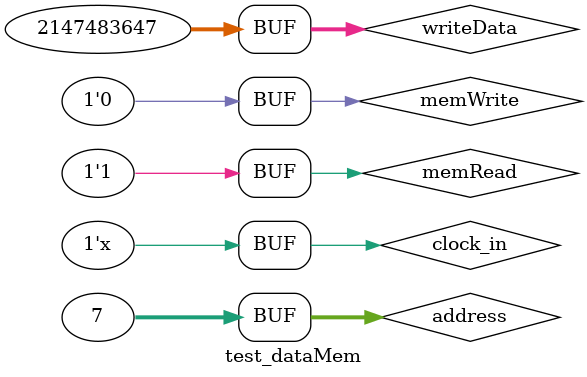
<source format=v>
`timescale 1ns / 1ps


module test_dataMem;

	// Inputs
	reg clock_in;
	reg [31:0] address;
	reg [31:0] writeData;
	reg memWrite;
	reg memRead;

	// Outputs
	wire [31:0] readData;
	parameter PERIOD = 200;
	// Instantiate the Unit Under Test (UUT)
	dataMemory uut (
		.clock_in(clock_in), 
		.address(address), 
		.writeData(writeData), 
		.readData(readData), 
		.memWrite(memWrite), 
		.memRead(memRead)
	);
	always #(PERIOD/2) clock_in = ~clock_in;
	initial begin
		// Initialize Inputs
		clock_in = 0;
		address = 0;
		writeData = 0;
		memWrite = 0;
		memRead = 0;

		// Wait 100 ns for global reset to finish
		#185;
		memWrite = 'b1;
		address = 32'b00000000000000000000000000000111;
		writeData = 32'b01111111111111111111111111111111;
        
		// Add stimulus here
		#250;
		memRead = 'b1;
		memWrite = 'b0;
	end
      
endmodule


</source>
